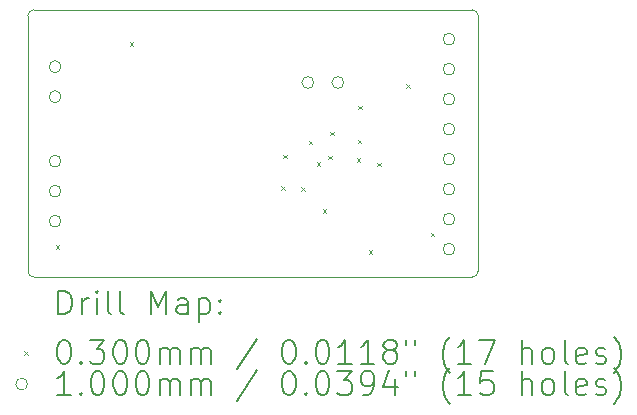
<source format=gbr>
%TF.GenerationSoftware,KiCad,Pcbnew,8.0.4*%
%TF.CreationDate,2024-09-19T17:48:03+02:00*%
%TF.ProjectId,vibration-motor,76696272-6174-4696-9f6e-2d6d6f746f72,rev?*%
%TF.SameCoordinates,Original*%
%TF.FileFunction,Drillmap*%
%TF.FilePolarity,Positive*%
%FSLAX45Y45*%
G04 Gerber Fmt 4.5, Leading zero omitted, Abs format (unit mm)*
G04 Created by KiCad (PCBNEW 8.0.4) date 2024-09-19 17:48:03*
%MOMM*%
%LPD*%
G01*
G04 APERTURE LIST*
%ADD10C,0.050000*%
%ADD11C,0.200000*%
%ADD12C,0.100000*%
G04 APERTURE END LIST*
D10*
X10712326Y-4650000D02*
G75*
G02*
X10762330Y-4700000I4J-50000D01*
G01*
X6950000Y-4700000D02*
G75*
G02*
X7000000Y-4650000I50000J0D01*
G01*
X10762326Y-6862179D02*
G75*
G02*
X10712326Y-6912176I-49996J-1D01*
G01*
X7000000Y-6912179D02*
G75*
G02*
X6950001Y-6862179I0J49999D01*
G01*
X7000000Y-4650000D02*
X10712326Y-4650000D01*
X10762326Y-4700000D02*
X10762326Y-6862179D01*
X6950000Y-6862179D02*
X6950000Y-4700000D01*
X10712326Y-6912179D02*
X7000000Y-6912179D01*
D11*
D12*
X7185000Y-6645000D02*
X7215000Y-6675000D01*
X7215000Y-6645000D02*
X7185000Y-6675000D01*
X7812500Y-4922500D02*
X7842500Y-4952500D01*
X7842500Y-4922500D02*
X7812500Y-4952500D01*
X9095000Y-6145000D02*
X9125000Y-6175000D01*
X9125000Y-6145000D02*
X9095000Y-6175000D01*
X9110000Y-5875000D02*
X9140000Y-5905000D01*
X9140000Y-5875000D02*
X9110000Y-5905000D01*
X9265000Y-6150000D02*
X9295000Y-6180000D01*
X9295000Y-6150000D02*
X9265000Y-6180000D01*
X9329000Y-5758000D02*
X9359000Y-5788000D01*
X9359000Y-5758000D02*
X9329000Y-5788000D01*
X9394000Y-5939000D02*
X9424000Y-5969000D01*
X9424000Y-5939000D02*
X9394000Y-5969000D01*
X9445000Y-6340000D02*
X9475000Y-6370000D01*
X9475000Y-6340000D02*
X9445000Y-6370000D01*
X9492000Y-5885000D02*
X9522000Y-5915000D01*
X9522000Y-5885000D02*
X9492000Y-5915000D01*
X9510000Y-5680000D02*
X9540000Y-5710000D01*
X9540000Y-5680000D02*
X9510000Y-5710000D01*
X9735000Y-5906000D02*
X9765000Y-5936000D01*
X9765000Y-5906000D02*
X9735000Y-5936000D01*
X9742500Y-5750000D02*
X9772500Y-5780000D01*
X9772500Y-5750000D02*
X9742500Y-5780000D01*
X9745000Y-5460000D02*
X9775000Y-5490000D01*
X9775000Y-5460000D02*
X9745000Y-5490000D01*
X9835000Y-6685000D02*
X9865000Y-6715000D01*
X9865000Y-6685000D02*
X9835000Y-6715000D01*
X9910000Y-5945000D02*
X9940000Y-5975000D01*
X9940000Y-5945000D02*
X9910000Y-5975000D01*
X10155000Y-5280000D02*
X10185000Y-5310000D01*
X10185000Y-5280000D02*
X10155000Y-5310000D01*
X10360000Y-6535000D02*
X10390000Y-6565000D01*
X10390000Y-6535000D02*
X10360000Y-6565000D01*
X7230000Y-5131000D02*
G75*
G02*
X7130000Y-5131000I-50000J0D01*
G01*
X7130000Y-5131000D02*
G75*
G02*
X7230000Y-5131000I50000J0D01*
G01*
X7230000Y-5385000D02*
G75*
G02*
X7130000Y-5385000I-50000J0D01*
G01*
X7130000Y-5385000D02*
G75*
G02*
X7230000Y-5385000I50000J0D01*
G01*
X7230000Y-5930000D02*
G75*
G02*
X7130000Y-5930000I-50000J0D01*
G01*
X7130000Y-5930000D02*
G75*
G02*
X7230000Y-5930000I50000J0D01*
G01*
X7230000Y-6184000D02*
G75*
G02*
X7130000Y-6184000I-50000J0D01*
G01*
X7130000Y-6184000D02*
G75*
G02*
X7230000Y-6184000I50000J0D01*
G01*
X7230000Y-6438000D02*
G75*
G02*
X7130000Y-6438000I-50000J0D01*
G01*
X7130000Y-6438000D02*
G75*
G02*
X7230000Y-6438000I50000J0D01*
G01*
X9370000Y-5265000D02*
G75*
G02*
X9270000Y-5265000I-50000J0D01*
G01*
X9270000Y-5265000D02*
G75*
G02*
X9370000Y-5265000I50000J0D01*
G01*
X9624000Y-5265000D02*
G75*
G02*
X9524000Y-5265000I-50000J0D01*
G01*
X9524000Y-5265000D02*
G75*
G02*
X9624000Y-5265000I50000J0D01*
G01*
X10565000Y-4897500D02*
G75*
G02*
X10465000Y-4897500I-50000J0D01*
G01*
X10465000Y-4897500D02*
G75*
G02*
X10565000Y-4897500I50000J0D01*
G01*
X10565000Y-5151500D02*
G75*
G02*
X10465000Y-5151500I-50000J0D01*
G01*
X10465000Y-5151500D02*
G75*
G02*
X10565000Y-5151500I50000J0D01*
G01*
X10565000Y-5405500D02*
G75*
G02*
X10465000Y-5405500I-50000J0D01*
G01*
X10465000Y-5405500D02*
G75*
G02*
X10565000Y-5405500I50000J0D01*
G01*
X10565000Y-5659500D02*
G75*
G02*
X10465000Y-5659500I-50000J0D01*
G01*
X10465000Y-5659500D02*
G75*
G02*
X10565000Y-5659500I50000J0D01*
G01*
X10565000Y-5913500D02*
G75*
G02*
X10465000Y-5913500I-50000J0D01*
G01*
X10465000Y-5913500D02*
G75*
G02*
X10565000Y-5913500I50000J0D01*
G01*
X10565000Y-6167500D02*
G75*
G02*
X10465000Y-6167500I-50000J0D01*
G01*
X10465000Y-6167500D02*
G75*
G02*
X10565000Y-6167500I50000J0D01*
G01*
X10565000Y-6421500D02*
G75*
G02*
X10465000Y-6421500I-50000J0D01*
G01*
X10465000Y-6421500D02*
G75*
G02*
X10565000Y-6421500I50000J0D01*
G01*
X10565000Y-6675500D02*
G75*
G02*
X10465000Y-6675500I-50000J0D01*
G01*
X10465000Y-6675500D02*
G75*
G02*
X10565000Y-6675500I50000J0D01*
G01*
D11*
X7208277Y-7226163D02*
X7208277Y-7026163D01*
X7208277Y-7026163D02*
X7255896Y-7026163D01*
X7255896Y-7026163D02*
X7284467Y-7035687D01*
X7284467Y-7035687D02*
X7303515Y-7054734D01*
X7303515Y-7054734D02*
X7313039Y-7073782D01*
X7313039Y-7073782D02*
X7322562Y-7111877D01*
X7322562Y-7111877D02*
X7322562Y-7140448D01*
X7322562Y-7140448D02*
X7313039Y-7178544D01*
X7313039Y-7178544D02*
X7303515Y-7197591D01*
X7303515Y-7197591D02*
X7284467Y-7216639D01*
X7284467Y-7216639D02*
X7255896Y-7226163D01*
X7255896Y-7226163D02*
X7208277Y-7226163D01*
X7408277Y-7226163D02*
X7408277Y-7092829D01*
X7408277Y-7130925D02*
X7417801Y-7111877D01*
X7417801Y-7111877D02*
X7427324Y-7102353D01*
X7427324Y-7102353D02*
X7446372Y-7092829D01*
X7446372Y-7092829D02*
X7465420Y-7092829D01*
X7532086Y-7226163D02*
X7532086Y-7092829D01*
X7532086Y-7026163D02*
X7522562Y-7035687D01*
X7522562Y-7035687D02*
X7532086Y-7045210D01*
X7532086Y-7045210D02*
X7541610Y-7035687D01*
X7541610Y-7035687D02*
X7532086Y-7026163D01*
X7532086Y-7026163D02*
X7532086Y-7045210D01*
X7655896Y-7226163D02*
X7636848Y-7216639D01*
X7636848Y-7216639D02*
X7627324Y-7197591D01*
X7627324Y-7197591D02*
X7627324Y-7026163D01*
X7760658Y-7226163D02*
X7741610Y-7216639D01*
X7741610Y-7216639D02*
X7732086Y-7197591D01*
X7732086Y-7197591D02*
X7732086Y-7026163D01*
X7989229Y-7226163D02*
X7989229Y-7026163D01*
X7989229Y-7026163D02*
X8055896Y-7169020D01*
X8055896Y-7169020D02*
X8122562Y-7026163D01*
X8122562Y-7026163D02*
X8122562Y-7226163D01*
X8303515Y-7226163D02*
X8303515Y-7121401D01*
X8303515Y-7121401D02*
X8293991Y-7102353D01*
X8293991Y-7102353D02*
X8274943Y-7092829D01*
X8274943Y-7092829D02*
X8236848Y-7092829D01*
X8236848Y-7092829D02*
X8217801Y-7102353D01*
X8303515Y-7216639D02*
X8284467Y-7226163D01*
X8284467Y-7226163D02*
X8236848Y-7226163D01*
X8236848Y-7226163D02*
X8217801Y-7216639D01*
X8217801Y-7216639D02*
X8208277Y-7197591D01*
X8208277Y-7197591D02*
X8208277Y-7178544D01*
X8208277Y-7178544D02*
X8217801Y-7159496D01*
X8217801Y-7159496D02*
X8236848Y-7149972D01*
X8236848Y-7149972D02*
X8284467Y-7149972D01*
X8284467Y-7149972D02*
X8303515Y-7140448D01*
X8398753Y-7092829D02*
X8398753Y-7292829D01*
X8398753Y-7102353D02*
X8417801Y-7092829D01*
X8417801Y-7092829D02*
X8455896Y-7092829D01*
X8455896Y-7092829D02*
X8474944Y-7102353D01*
X8474944Y-7102353D02*
X8484467Y-7111877D01*
X8484467Y-7111877D02*
X8493991Y-7130925D01*
X8493991Y-7130925D02*
X8493991Y-7188067D01*
X8493991Y-7188067D02*
X8484467Y-7207115D01*
X8484467Y-7207115D02*
X8474944Y-7216639D01*
X8474944Y-7216639D02*
X8455896Y-7226163D01*
X8455896Y-7226163D02*
X8417801Y-7226163D01*
X8417801Y-7226163D02*
X8398753Y-7216639D01*
X8579705Y-7207115D02*
X8589229Y-7216639D01*
X8589229Y-7216639D02*
X8579705Y-7226163D01*
X8579705Y-7226163D02*
X8570182Y-7216639D01*
X8570182Y-7216639D02*
X8579705Y-7207115D01*
X8579705Y-7207115D02*
X8579705Y-7226163D01*
X8579705Y-7102353D02*
X8589229Y-7111877D01*
X8589229Y-7111877D02*
X8579705Y-7121401D01*
X8579705Y-7121401D02*
X8570182Y-7111877D01*
X8570182Y-7111877D02*
X8579705Y-7102353D01*
X8579705Y-7102353D02*
X8579705Y-7121401D01*
D12*
X6917500Y-7539679D02*
X6947500Y-7569679D01*
X6947500Y-7539679D02*
X6917500Y-7569679D01*
D11*
X7246372Y-7446163D02*
X7265420Y-7446163D01*
X7265420Y-7446163D02*
X7284467Y-7455687D01*
X7284467Y-7455687D02*
X7293991Y-7465210D01*
X7293991Y-7465210D02*
X7303515Y-7484258D01*
X7303515Y-7484258D02*
X7313039Y-7522353D01*
X7313039Y-7522353D02*
X7313039Y-7569972D01*
X7313039Y-7569972D02*
X7303515Y-7608067D01*
X7303515Y-7608067D02*
X7293991Y-7627115D01*
X7293991Y-7627115D02*
X7284467Y-7636639D01*
X7284467Y-7636639D02*
X7265420Y-7646163D01*
X7265420Y-7646163D02*
X7246372Y-7646163D01*
X7246372Y-7646163D02*
X7227324Y-7636639D01*
X7227324Y-7636639D02*
X7217801Y-7627115D01*
X7217801Y-7627115D02*
X7208277Y-7608067D01*
X7208277Y-7608067D02*
X7198753Y-7569972D01*
X7198753Y-7569972D02*
X7198753Y-7522353D01*
X7198753Y-7522353D02*
X7208277Y-7484258D01*
X7208277Y-7484258D02*
X7217801Y-7465210D01*
X7217801Y-7465210D02*
X7227324Y-7455687D01*
X7227324Y-7455687D02*
X7246372Y-7446163D01*
X7398753Y-7627115D02*
X7408277Y-7636639D01*
X7408277Y-7636639D02*
X7398753Y-7646163D01*
X7398753Y-7646163D02*
X7389229Y-7636639D01*
X7389229Y-7636639D02*
X7398753Y-7627115D01*
X7398753Y-7627115D02*
X7398753Y-7646163D01*
X7474943Y-7446163D02*
X7598753Y-7446163D01*
X7598753Y-7446163D02*
X7532086Y-7522353D01*
X7532086Y-7522353D02*
X7560658Y-7522353D01*
X7560658Y-7522353D02*
X7579705Y-7531877D01*
X7579705Y-7531877D02*
X7589229Y-7541401D01*
X7589229Y-7541401D02*
X7598753Y-7560448D01*
X7598753Y-7560448D02*
X7598753Y-7608067D01*
X7598753Y-7608067D02*
X7589229Y-7627115D01*
X7589229Y-7627115D02*
X7579705Y-7636639D01*
X7579705Y-7636639D02*
X7560658Y-7646163D01*
X7560658Y-7646163D02*
X7503515Y-7646163D01*
X7503515Y-7646163D02*
X7484467Y-7636639D01*
X7484467Y-7636639D02*
X7474943Y-7627115D01*
X7722562Y-7446163D02*
X7741610Y-7446163D01*
X7741610Y-7446163D02*
X7760658Y-7455687D01*
X7760658Y-7455687D02*
X7770182Y-7465210D01*
X7770182Y-7465210D02*
X7779705Y-7484258D01*
X7779705Y-7484258D02*
X7789229Y-7522353D01*
X7789229Y-7522353D02*
X7789229Y-7569972D01*
X7789229Y-7569972D02*
X7779705Y-7608067D01*
X7779705Y-7608067D02*
X7770182Y-7627115D01*
X7770182Y-7627115D02*
X7760658Y-7636639D01*
X7760658Y-7636639D02*
X7741610Y-7646163D01*
X7741610Y-7646163D02*
X7722562Y-7646163D01*
X7722562Y-7646163D02*
X7703515Y-7636639D01*
X7703515Y-7636639D02*
X7693991Y-7627115D01*
X7693991Y-7627115D02*
X7684467Y-7608067D01*
X7684467Y-7608067D02*
X7674943Y-7569972D01*
X7674943Y-7569972D02*
X7674943Y-7522353D01*
X7674943Y-7522353D02*
X7684467Y-7484258D01*
X7684467Y-7484258D02*
X7693991Y-7465210D01*
X7693991Y-7465210D02*
X7703515Y-7455687D01*
X7703515Y-7455687D02*
X7722562Y-7446163D01*
X7913039Y-7446163D02*
X7932086Y-7446163D01*
X7932086Y-7446163D02*
X7951134Y-7455687D01*
X7951134Y-7455687D02*
X7960658Y-7465210D01*
X7960658Y-7465210D02*
X7970182Y-7484258D01*
X7970182Y-7484258D02*
X7979705Y-7522353D01*
X7979705Y-7522353D02*
X7979705Y-7569972D01*
X7979705Y-7569972D02*
X7970182Y-7608067D01*
X7970182Y-7608067D02*
X7960658Y-7627115D01*
X7960658Y-7627115D02*
X7951134Y-7636639D01*
X7951134Y-7636639D02*
X7932086Y-7646163D01*
X7932086Y-7646163D02*
X7913039Y-7646163D01*
X7913039Y-7646163D02*
X7893991Y-7636639D01*
X7893991Y-7636639D02*
X7884467Y-7627115D01*
X7884467Y-7627115D02*
X7874943Y-7608067D01*
X7874943Y-7608067D02*
X7865420Y-7569972D01*
X7865420Y-7569972D02*
X7865420Y-7522353D01*
X7865420Y-7522353D02*
X7874943Y-7484258D01*
X7874943Y-7484258D02*
X7884467Y-7465210D01*
X7884467Y-7465210D02*
X7893991Y-7455687D01*
X7893991Y-7455687D02*
X7913039Y-7446163D01*
X8065420Y-7646163D02*
X8065420Y-7512829D01*
X8065420Y-7531877D02*
X8074943Y-7522353D01*
X8074943Y-7522353D02*
X8093991Y-7512829D01*
X8093991Y-7512829D02*
X8122563Y-7512829D01*
X8122563Y-7512829D02*
X8141610Y-7522353D01*
X8141610Y-7522353D02*
X8151134Y-7541401D01*
X8151134Y-7541401D02*
X8151134Y-7646163D01*
X8151134Y-7541401D02*
X8160658Y-7522353D01*
X8160658Y-7522353D02*
X8179705Y-7512829D01*
X8179705Y-7512829D02*
X8208277Y-7512829D01*
X8208277Y-7512829D02*
X8227324Y-7522353D01*
X8227324Y-7522353D02*
X8236848Y-7541401D01*
X8236848Y-7541401D02*
X8236848Y-7646163D01*
X8332086Y-7646163D02*
X8332086Y-7512829D01*
X8332086Y-7531877D02*
X8341610Y-7522353D01*
X8341610Y-7522353D02*
X8360658Y-7512829D01*
X8360658Y-7512829D02*
X8389229Y-7512829D01*
X8389229Y-7512829D02*
X8408277Y-7522353D01*
X8408277Y-7522353D02*
X8417801Y-7541401D01*
X8417801Y-7541401D02*
X8417801Y-7646163D01*
X8417801Y-7541401D02*
X8427325Y-7522353D01*
X8427325Y-7522353D02*
X8446372Y-7512829D01*
X8446372Y-7512829D02*
X8474944Y-7512829D01*
X8474944Y-7512829D02*
X8493991Y-7522353D01*
X8493991Y-7522353D02*
X8503515Y-7541401D01*
X8503515Y-7541401D02*
X8503515Y-7646163D01*
X8893991Y-7436639D02*
X8722563Y-7693782D01*
X9151134Y-7446163D02*
X9170182Y-7446163D01*
X9170182Y-7446163D02*
X9189229Y-7455687D01*
X9189229Y-7455687D02*
X9198753Y-7465210D01*
X9198753Y-7465210D02*
X9208277Y-7484258D01*
X9208277Y-7484258D02*
X9217801Y-7522353D01*
X9217801Y-7522353D02*
X9217801Y-7569972D01*
X9217801Y-7569972D02*
X9208277Y-7608067D01*
X9208277Y-7608067D02*
X9198753Y-7627115D01*
X9198753Y-7627115D02*
X9189229Y-7636639D01*
X9189229Y-7636639D02*
X9170182Y-7646163D01*
X9170182Y-7646163D02*
X9151134Y-7646163D01*
X9151134Y-7646163D02*
X9132087Y-7636639D01*
X9132087Y-7636639D02*
X9122563Y-7627115D01*
X9122563Y-7627115D02*
X9113039Y-7608067D01*
X9113039Y-7608067D02*
X9103515Y-7569972D01*
X9103515Y-7569972D02*
X9103515Y-7522353D01*
X9103515Y-7522353D02*
X9113039Y-7484258D01*
X9113039Y-7484258D02*
X9122563Y-7465210D01*
X9122563Y-7465210D02*
X9132087Y-7455687D01*
X9132087Y-7455687D02*
X9151134Y-7446163D01*
X9303515Y-7627115D02*
X9313039Y-7636639D01*
X9313039Y-7636639D02*
X9303515Y-7646163D01*
X9303515Y-7646163D02*
X9293991Y-7636639D01*
X9293991Y-7636639D02*
X9303515Y-7627115D01*
X9303515Y-7627115D02*
X9303515Y-7646163D01*
X9436848Y-7446163D02*
X9455896Y-7446163D01*
X9455896Y-7446163D02*
X9474944Y-7455687D01*
X9474944Y-7455687D02*
X9484468Y-7465210D01*
X9484468Y-7465210D02*
X9493991Y-7484258D01*
X9493991Y-7484258D02*
X9503515Y-7522353D01*
X9503515Y-7522353D02*
X9503515Y-7569972D01*
X9503515Y-7569972D02*
X9493991Y-7608067D01*
X9493991Y-7608067D02*
X9484468Y-7627115D01*
X9484468Y-7627115D02*
X9474944Y-7636639D01*
X9474944Y-7636639D02*
X9455896Y-7646163D01*
X9455896Y-7646163D02*
X9436848Y-7646163D01*
X9436848Y-7646163D02*
X9417801Y-7636639D01*
X9417801Y-7636639D02*
X9408277Y-7627115D01*
X9408277Y-7627115D02*
X9398753Y-7608067D01*
X9398753Y-7608067D02*
X9389229Y-7569972D01*
X9389229Y-7569972D02*
X9389229Y-7522353D01*
X9389229Y-7522353D02*
X9398753Y-7484258D01*
X9398753Y-7484258D02*
X9408277Y-7465210D01*
X9408277Y-7465210D02*
X9417801Y-7455687D01*
X9417801Y-7455687D02*
X9436848Y-7446163D01*
X9693991Y-7646163D02*
X9579706Y-7646163D01*
X9636848Y-7646163D02*
X9636848Y-7446163D01*
X9636848Y-7446163D02*
X9617801Y-7474734D01*
X9617801Y-7474734D02*
X9598753Y-7493782D01*
X9598753Y-7493782D02*
X9579706Y-7503306D01*
X9884468Y-7646163D02*
X9770182Y-7646163D01*
X9827325Y-7646163D02*
X9827325Y-7446163D01*
X9827325Y-7446163D02*
X9808277Y-7474734D01*
X9808277Y-7474734D02*
X9789229Y-7493782D01*
X9789229Y-7493782D02*
X9770182Y-7503306D01*
X9998753Y-7531877D02*
X9979706Y-7522353D01*
X9979706Y-7522353D02*
X9970182Y-7512829D01*
X9970182Y-7512829D02*
X9960658Y-7493782D01*
X9960658Y-7493782D02*
X9960658Y-7484258D01*
X9960658Y-7484258D02*
X9970182Y-7465210D01*
X9970182Y-7465210D02*
X9979706Y-7455687D01*
X9979706Y-7455687D02*
X9998753Y-7446163D01*
X9998753Y-7446163D02*
X10036849Y-7446163D01*
X10036849Y-7446163D02*
X10055896Y-7455687D01*
X10055896Y-7455687D02*
X10065420Y-7465210D01*
X10065420Y-7465210D02*
X10074944Y-7484258D01*
X10074944Y-7484258D02*
X10074944Y-7493782D01*
X10074944Y-7493782D02*
X10065420Y-7512829D01*
X10065420Y-7512829D02*
X10055896Y-7522353D01*
X10055896Y-7522353D02*
X10036849Y-7531877D01*
X10036849Y-7531877D02*
X9998753Y-7531877D01*
X9998753Y-7531877D02*
X9979706Y-7541401D01*
X9979706Y-7541401D02*
X9970182Y-7550925D01*
X9970182Y-7550925D02*
X9960658Y-7569972D01*
X9960658Y-7569972D02*
X9960658Y-7608067D01*
X9960658Y-7608067D02*
X9970182Y-7627115D01*
X9970182Y-7627115D02*
X9979706Y-7636639D01*
X9979706Y-7636639D02*
X9998753Y-7646163D01*
X9998753Y-7646163D02*
X10036849Y-7646163D01*
X10036849Y-7646163D02*
X10055896Y-7636639D01*
X10055896Y-7636639D02*
X10065420Y-7627115D01*
X10065420Y-7627115D02*
X10074944Y-7608067D01*
X10074944Y-7608067D02*
X10074944Y-7569972D01*
X10074944Y-7569972D02*
X10065420Y-7550925D01*
X10065420Y-7550925D02*
X10055896Y-7541401D01*
X10055896Y-7541401D02*
X10036849Y-7531877D01*
X10151134Y-7446163D02*
X10151134Y-7484258D01*
X10227325Y-7446163D02*
X10227325Y-7484258D01*
X10522563Y-7722353D02*
X10513039Y-7712829D01*
X10513039Y-7712829D02*
X10493991Y-7684258D01*
X10493991Y-7684258D02*
X10484468Y-7665210D01*
X10484468Y-7665210D02*
X10474944Y-7636639D01*
X10474944Y-7636639D02*
X10465420Y-7589020D01*
X10465420Y-7589020D02*
X10465420Y-7550925D01*
X10465420Y-7550925D02*
X10474944Y-7503306D01*
X10474944Y-7503306D02*
X10484468Y-7474734D01*
X10484468Y-7474734D02*
X10493991Y-7455687D01*
X10493991Y-7455687D02*
X10513039Y-7427115D01*
X10513039Y-7427115D02*
X10522563Y-7417591D01*
X10703515Y-7646163D02*
X10589230Y-7646163D01*
X10646372Y-7646163D02*
X10646372Y-7446163D01*
X10646372Y-7446163D02*
X10627325Y-7474734D01*
X10627325Y-7474734D02*
X10608277Y-7493782D01*
X10608277Y-7493782D02*
X10589230Y-7503306D01*
X10770182Y-7446163D02*
X10903515Y-7446163D01*
X10903515Y-7446163D02*
X10817801Y-7646163D01*
X11132087Y-7646163D02*
X11132087Y-7446163D01*
X11217801Y-7646163D02*
X11217801Y-7541401D01*
X11217801Y-7541401D02*
X11208277Y-7522353D01*
X11208277Y-7522353D02*
X11189230Y-7512829D01*
X11189230Y-7512829D02*
X11160658Y-7512829D01*
X11160658Y-7512829D02*
X11141611Y-7522353D01*
X11141611Y-7522353D02*
X11132087Y-7531877D01*
X11341610Y-7646163D02*
X11322563Y-7636639D01*
X11322563Y-7636639D02*
X11313039Y-7627115D01*
X11313039Y-7627115D02*
X11303515Y-7608067D01*
X11303515Y-7608067D02*
X11303515Y-7550925D01*
X11303515Y-7550925D02*
X11313039Y-7531877D01*
X11313039Y-7531877D02*
X11322563Y-7522353D01*
X11322563Y-7522353D02*
X11341610Y-7512829D01*
X11341610Y-7512829D02*
X11370182Y-7512829D01*
X11370182Y-7512829D02*
X11389230Y-7522353D01*
X11389230Y-7522353D02*
X11398753Y-7531877D01*
X11398753Y-7531877D02*
X11408277Y-7550925D01*
X11408277Y-7550925D02*
X11408277Y-7608067D01*
X11408277Y-7608067D02*
X11398753Y-7627115D01*
X11398753Y-7627115D02*
X11389230Y-7636639D01*
X11389230Y-7636639D02*
X11370182Y-7646163D01*
X11370182Y-7646163D02*
X11341610Y-7646163D01*
X11522563Y-7646163D02*
X11503515Y-7636639D01*
X11503515Y-7636639D02*
X11493991Y-7617591D01*
X11493991Y-7617591D02*
X11493991Y-7446163D01*
X11674944Y-7636639D02*
X11655896Y-7646163D01*
X11655896Y-7646163D02*
X11617801Y-7646163D01*
X11617801Y-7646163D02*
X11598753Y-7636639D01*
X11598753Y-7636639D02*
X11589230Y-7617591D01*
X11589230Y-7617591D02*
X11589230Y-7541401D01*
X11589230Y-7541401D02*
X11598753Y-7522353D01*
X11598753Y-7522353D02*
X11617801Y-7512829D01*
X11617801Y-7512829D02*
X11655896Y-7512829D01*
X11655896Y-7512829D02*
X11674944Y-7522353D01*
X11674944Y-7522353D02*
X11684468Y-7541401D01*
X11684468Y-7541401D02*
X11684468Y-7560448D01*
X11684468Y-7560448D02*
X11589230Y-7579496D01*
X11760658Y-7636639D02*
X11779706Y-7646163D01*
X11779706Y-7646163D02*
X11817801Y-7646163D01*
X11817801Y-7646163D02*
X11836849Y-7636639D01*
X11836849Y-7636639D02*
X11846372Y-7617591D01*
X11846372Y-7617591D02*
X11846372Y-7608067D01*
X11846372Y-7608067D02*
X11836849Y-7589020D01*
X11836849Y-7589020D02*
X11817801Y-7579496D01*
X11817801Y-7579496D02*
X11789230Y-7579496D01*
X11789230Y-7579496D02*
X11770182Y-7569972D01*
X11770182Y-7569972D02*
X11760658Y-7550925D01*
X11760658Y-7550925D02*
X11760658Y-7541401D01*
X11760658Y-7541401D02*
X11770182Y-7522353D01*
X11770182Y-7522353D02*
X11789230Y-7512829D01*
X11789230Y-7512829D02*
X11817801Y-7512829D01*
X11817801Y-7512829D02*
X11836849Y-7522353D01*
X11913039Y-7722353D02*
X11922563Y-7712829D01*
X11922563Y-7712829D02*
X11941611Y-7684258D01*
X11941611Y-7684258D02*
X11951134Y-7665210D01*
X11951134Y-7665210D02*
X11960658Y-7636639D01*
X11960658Y-7636639D02*
X11970182Y-7589020D01*
X11970182Y-7589020D02*
X11970182Y-7550925D01*
X11970182Y-7550925D02*
X11960658Y-7503306D01*
X11960658Y-7503306D02*
X11951134Y-7474734D01*
X11951134Y-7474734D02*
X11941611Y-7455687D01*
X11941611Y-7455687D02*
X11922563Y-7427115D01*
X11922563Y-7427115D02*
X11913039Y-7417591D01*
D12*
X6947500Y-7818679D02*
G75*
G02*
X6847500Y-7818679I-50000J0D01*
G01*
X6847500Y-7818679D02*
G75*
G02*
X6947500Y-7818679I50000J0D01*
G01*
D11*
X7313039Y-7910163D02*
X7198753Y-7910163D01*
X7255896Y-7910163D02*
X7255896Y-7710163D01*
X7255896Y-7710163D02*
X7236848Y-7738734D01*
X7236848Y-7738734D02*
X7217801Y-7757782D01*
X7217801Y-7757782D02*
X7198753Y-7767306D01*
X7398753Y-7891115D02*
X7408277Y-7900639D01*
X7408277Y-7900639D02*
X7398753Y-7910163D01*
X7398753Y-7910163D02*
X7389229Y-7900639D01*
X7389229Y-7900639D02*
X7398753Y-7891115D01*
X7398753Y-7891115D02*
X7398753Y-7910163D01*
X7532086Y-7710163D02*
X7551134Y-7710163D01*
X7551134Y-7710163D02*
X7570182Y-7719687D01*
X7570182Y-7719687D02*
X7579705Y-7729210D01*
X7579705Y-7729210D02*
X7589229Y-7748258D01*
X7589229Y-7748258D02*
X7598753Y-7786353D01*
X7598753Y-7786353D02*
X7598753Y-7833972D01*
X7598753Y-7833972D02*
X7589229Y-7872067D01*
X7589229Y-7872067D02*
X7579705Y-7891115D01*
X7579705Y-7891115D02*
X7570182Y-7900639D01*
X7570182Y-7900639D02*
X7551134Y-7910163D01*
X7551134Y-7910163D02*
X7532086Y-7910163D01*
X7532086Y-7910163D02*
X7513039Y-7900639D01*
X7513039Y-7900639D02*
X7503515Y-7891115D01*
X7503515Y-7891115D02*
X7493991Y-7872067D01*
X7493991Y-7872067D02*
X7484467Y-7833972D01*
X7484467Y-7833972D02*
X7484467Y-7786353D01*
X7484467Y-7786353D02*
X7493991Y-7748258D01*
X7493991Y-7748258D02*
X7503515Y-7729210D01*
X7503515Y-7729210D02*
X7513039Y-7719687D01*
X7513039Y-7719687D02*
X7532086Y-7710163D01*
X7722562Y-7710163D02*
X7741610Y-7710163D01*
X7741610Y-7710163D02*
X7760658Y-7719687D01*
X7760658Y-7719687D02*
X7770182Y-7729210D01*
X7770182Y-7729210D02*
X7779705Y-7748258D01*
X7779705Y-7748258D02*
X7789229Y-7786353D01*
X7789229Y-7786353D02*
X7789229Y-7833972D01*
X7789229Y-7833972D02*
X7779705Y-7872067D01*
X7779705Y-7872067D02*
X7770182Y-7891115D01*
X7770182Y-7891115D02*
X7760658Y-7900639D01*
X7760658Y-7900639D02*
X7741610Y-7910163D01*
X7741610Y-7910163D02*
X7722562Y-7910163D01*
X7722562Y-7910163D02*
X7703515Y-7900639D01*
X7703515Y-7900639D02*
X7693991Y-7891115D01*
X7693991Y-7891115D02*
X7684467Y-7872067D01*
X7684467Y-7872067D02*
X7674943Y-7833972D01*
X7674943Y-7833972D02*
X7674943Y-7786353D01*
X7674943Y-7786353D02*
X7684467Y-7748258D01*
X7684467Y-7748258D02*
X7693991Y-7729210D01*
X7693991Y-7729210D02*
X7703515Y-7719687D01*
X7703515Y-7719687D02*
X7722562Y-7710163D01*
X7913039Y-7710163D02*
X7932086Y-7710163D01*
X7932086Y-7710163D02*
X7951134Y-7719687D01*
X7951134Y-7719687D02*
X7960658Y-7729210D01*
X7960658Y-7729210D02*
X7970182Y-7748258D01*
X7970182Y-7748258D02*
X7979705Y-7786353D01*
X7979705Y-7786353D02*
X7979705Y-7833972D01*
X7979705Y-7833972D02*
X7970182Y-7872067D01*
X7970182Y-7872067D02*
X7960658Y-7891115D01*
X7960658Y-7891115D02*
X7951134Y-7900639D01*
X7951134Y-7900639D02*
X7932086Y-7910163D01*
X7932086Y-7910163D02*
X7913039Y-7910163D01*
X7913039Y-7910163D02*
X7893991Y-7900639D01*
X7893991Y-7900639D02*
X7884467Y-7891115D01*
X7884467Y-7891115D02*
X7874943Y-7872067D01*
X7874943Y-7872067D02*
X7865420Y-7833972D01*
X7865420Y-7833972D02*
X7865420Y-7786353D01*
X7865420Y-7786353D02*
X7874943Y-7748258D01*
X7874943Y-7748258D02*
X7884467Y-7729210D01*
X7884467Y-7729210D02*
X7893991Y-7719687D01*
X7893991Y-7719687D02*
X7913039Y-7710163D01*
X8065420Y-7910163D02*
X8065420Y-7776829D01*
X8065420Y-7795877D02*
X8074943Y-7786353D01*
X8074943Y-7786353D02*
X8093991Y-7776829D01*
X8093991Y-7776829D02*
X8122563Y-7776829D01*
X8122563Y-7776829D02*
X8141610Y-7786353D01*
X8141610Y-7786353D02*
X8151134Y-7805401D01*
X8151134Y-7805401D02*
X8151134Y-7910163D01*
X8151134Y-7805401D02*
X8160658Y-7786353D01*
X8160658Y-7786353D02*
X8179705Y-7776829D01*
X8179705Y-7776829D02*
X8208277Y-7776829D01*
X8208277Y-7776829D02*
X8227324Y-7786353D01*
X8227324Y-7786353D02*
X8236848Y-7805401D01*
X8236848Y-7805401D02*
X8236848Y-7910163D01*
X8332086Y-7910163D02*
X8332086Y-7776829D01*
X8332086Y-7795877D02*
X8341610Y-7786353D01*
X8341610Y-7786353D02*
X8360658Y-7776829D01*
X8360658Y-7776829D02*
X8389229Y-7776829D01*
X8389229Y-7776829D02*
X8408277Y-7786353D01*
X8408277Y-7786353D02*
X8417801Y-7805401D01*
X8417801Y-7805401D02*
X8417801Y-7910163D01*
X8417801Y-7805401D02*
X8427325Y-7786353D01*
X8427325Y-7786353D02*
X8446372Y-7776829D01*
X8446372Y-7776829D02*
X8474944Y-7776829D01*
X8474944Y-7776829D02*
X8493991Y-7786353D01*
X8493991Y-7786353D02*
X8503515Y-7805401D01*
X8503515Y-7805401D02*
X8503515Y-7910163D01*
X8893991Y-7700639D02*
X8722563Y-7957782D01*
X9151134Y-7710163D02*
X9170182Y-7710163D01*
X9170182Y-7710163D02*
X9189229Y-7719687D01*
X9189229Y-7719687D02*
X9198753Y-7729210D01*
X9198753Y-7729210D02*
X9208277Y-7748258D01*
X9208277Y-7748258D02*
X9217801Y-7786353D01*
X9217801Y-7786353D02*
X9217801Y-7833972D01*
X9217801Y-7833972D02*
X9208277Y-7872067D01*
X9208277Y-7872067D02*
X9198753Y-7891115D01*
X9198753Y-7891115D02*
X9189229Y-7900639D01*
X9189229Y-7900639D02*
X9170182Y-7910163D01*
X9170182Y-7910163D02*
X9151134Y-7910163D01*
X9151134Y-7910163D02*
X9132087Y-7900639D01*
X9132087Y-7900639D02*
X9122563Y-7891115D01*
X9122563Y-7891115D02*
X9113039Y-7872067D01*
X9113039Y-7872067D02*
X9103515Y-7833972D01*
X9103515Y-7833972D02*
X9103515Y-7786353D01*
X9103515Y-7786353D02*
X9113039Y-7748258D01*
X9113039Y-7748258D02*
X9122563Y-7729210D01*
X9122563Y-7729210D02*
X9132087Y-7719687D01*
X9132087Y-7719687D02*
X9151134Y-7710163D01*
X9303515Y-7891115D02*
X9313039Y-7900639D01*
X9313039Y-7900639D02*
X9303515Y-7910163D01*
X9303515Y-7910163D02*
X9293991Y-7900639D01*
X9293991Y-7900639D02*
X9303515Y-7891115D01*
X9303515Y-7891115D02*
X9303515Y-7910163D01*
X9436848Y-7710163D02*
X9455896Y-7710163D01*
X9455896Y-7710163D02*
X9474944Y-7719687D01*
X9474944Y-7719687D02*
X9484468Y-7729210D01*
X9484468Y-7729210D02*
X9493991Y-7748258D01*
X9493991Y-7748258D02*
X9503515Y-7786353D01*
X9503515Y-7786353D02*
X9503515Y-7833972D01*
X9503515Y-7833972D02*
X9493991Y-7872067D01*
X9493991Y-7872067D02*
X9484468Y-7891115D01*
X9484468Y-7891115D02*
X9474944Y-7900639D01*
X9474944Y-7900639D02*
X9455896Y-7910163D01*
X9455896Y-7910163D02*
X9436848Y-7910163D01*
X9436848Y-7910163D02*
X9417801Y-7900639D01*
X9417801Y-7900639D02*
X9408277Y-7891115D01*
X9408277Y-7891115D02*
X9398753Y-7872067D01*
X9398753Y-7872067D02*
X9389229Y-7833972D01*
X9389229Y-7833972D02*
X9389229Y-7786353D01*
X9389229Y-7786353D02*
X9398753Y-7748258D01*
X9398753Y-7748258D02*
X9408277Y-7729210D01*
X9408277Y-7729210D02*
X9417801Y-7719687D01*
X9417801Y-7719687D02*
X9436848Y-7710163D01*
X9570182Y-7710163D02*
X9693991Y-7710163D01*
X9693991Y-7710163D02*
X9627325Y-7786353D01*
X9627325Y-7786353D02*
X9655896Y-7786353D01*
X9655896Y-7786353D02*
X9674944Y-7795877D01*
X9674944Y-7795877D02*
X9684468Y-7805401D01*
X9684468Y-7805401D02*
X9693991Y-7824448D01*
X9693991Y-7824448D02*
X9693991Y-7872067D01*
X9693991Y-7872067D02*
X9684468Y-7891115D01*
X9684468Y-7891115D02*
X9674944Y-7900639D01*
X9674944Y-7900639D02*
X9655896Y-7910163D01*
X9655896Y-7910163D02*
X9598753Y-7910163D01*
X9598753Y-7910163D02*
X9579706Y-7900639D01*
X9579706Y-7900639D02*
X9570182Y-7891115D01*
X9789229Y-7910163D02*
X9827325Y-7910163D01*
X9827325Y-7910163D02*
X9846372Y-7900639D01*
X9846372Y-7900639D02*
X9855896Y-7891115D01*
X9855896Y-7891115D02*
X9874944Y-7862544D01*
X9874944Y-7862544D02*
X9884468Y-7824448D01*
X9884468Y-7824448D02*
X9884468Y-7748258D01*
X9884468Y-7748258D02*
X9874944Y-7729210D01*
X9874944Y-7729210D02*
X9865420Y-7719687D01*
X9865420Y-7719687D02*
X9846372Y-7710163D01*
X9846372Y-7710163D02*
X9808277Y-7710163D01*
X9808277Y-7710163D02*
X9789229Y-7719687D01*
X9789229Y-7719687D02*
X9779706Y-7729210D01*
X9779706Y-7729210D02*
X9770182Y-7748258D01*
X9770182Y-7748258D02*
X9770182Y-7795877D01*
X9770182Y-7795877D02*
X9779706Y-7814925D01*
X9779706Y-7814925D02*
X9789229Y-7824448D01*
X9789229Y-7824448D02*
X9808277Y-7833972D01*
X9808277Y-7833972D02*
X9846372Y-7833972D01*
X9846372Y-7833972D02*
X9865420Y-7824448D01*
X9865420Y-7824448D02*
X9874944Y-7814925D01*
X9874944Y-7814925D02*
X9884468Y-7795877D01*
X10055896Y-7776829D02*
X10055896Y-7910163D01*
X10008277Y-7700639D02*
X9960658Y-7843496D01*
X9960658Y-7843496D02*
X10084468Y-7843496D01*
X10151134Y-7710163D02*
X10151134Y-7748258D01*
X10227325Y-7710163D02*
X10227325Y-7748258D01*
X10522563Y-7986353D02*
X10513039Y-7976829D01*
X10513039Y-7976829D02*
X10493991Y-7948258D01*
X10493991Y-7948258D02*
X10484468Y-7929210D01*
X10484468Y-7929210D02*
X10474944Y-7900639D01*
X10474944Y-7900639D02*
X10465420Y-7853020D01*
X10465420Y-7853020D02*
X10465420Y-7814925D01*
X10465420Y-7814925D02*
X10474944Y-7767306D01*
X10474944Y-7767306D02*
X10484468Y-7738734D01*
X10484468Y-7738734D02*
X10493991Y-7719687D01*
X10493991Y-7719687D02*
X10513039Y-7691115D01*
X10513039Y-7691115D02*
X10522563Y-7681591D01*
X10703515Y-7910163D02*
X10589230Y-7910163D01*
X10646372Y-7910163D02*
X10646372Y-7710163D01*
X10646372Y-7710163D02*
X10627325Y-7738734D01*
X10627325Y-7738734D02*
X10608277Y-7757782D01*
X10608277Y-7757782D02*
X10589230Y-7767306D01*
X10884468Y-7710163D02*
X10789230Y-7710163D01*
X10789230Y-7710163D02*
X10779706Y-7805401D01*
X10779706Y-7805401D02*
X10789230Y-7795877D01*
X10789230Y-7795877D02*
X10808277Y-7786353D01*
X10808277Y-7786353D02*
X10855896Y-7786353D01*
X10855896Y-7786353D02*
X10874944Y-7795877D01*
X10874944Y-7795877D02*
X10884468Y-7805401D01*
X10884468Y-7805401D02*
X10893991Y-7824448D01*
X10893991Y-7824448D02*
X10893991Y-7872067D01*
X10893991Y-7872067D02*
X10884468Y-7891115D01*
X10884468Y-7891115D02*
X10874944Y-7900639D01*
X10874944Y-7900639D02*
X10855896Y-7910163D01*
X10855896Y-7910163D02*
X10808277Y-7910163D01*
X10808277Y-7910163D02*
X10789230Y-7900639D01*
X10789230Y-7900639D02*
X10779706Y-7891115D01*
X11132087Y-7910163D02*
X11132087Y-7710163D01*
X11217801Y-7910163D02*
X11217801Y-7805401D01*
X11217801Y-7805401D02*
X11208277Y-7786353D01*
X11208277Y-7786353D02*
X11189230Y-7776829D01*
X11189230Y-7776829D02*
X11160658Y-7776829D01*
X11160658Y-7776829D02*
X11141611Y-7786353D01*
X11141611Y-7786353D02*
X11132087Y-7795877D01*
X11341610Y-7910163D02*
X11322563Y-7900639D01*
X11322563Y-7900639D02*
X11313039Y-7891115D01*
X11313039Y-7891115D02*
X11303515Y-7872067D01*
X11303515Y-7872067D02*
X11303515Y-7814925D01*
X11303515Y-7814925D02*
X11313039Y-7795877D01*
X11313039Y-7795877D02*
X11322563Y-7786353D01*
X11322563Y-7786353D02*
X11341610Y-7776829D01*
X11341610Y-7776829D02*
X11370182Y-7776829D01*
X11370182Y-7776829D02*
X11389230Y-7786353D01*
X11389230Y-7786353D02*
X11398753Y-7795877D01*
X11398753Y-7795877D02*
X11408277Y-7814925D01*
X11408277Y-7814925D02*
X11408277Y-7872067D01*
X11408277Y-7872067D02*
X11398753Y-7891115D01*
X11398753Y-7891115D02*
X11389230Y-7900639D01*
X11389230Y-7900639D02*
X11370182Y-7910163D01*
X11370182Y-7910163D02*
X11341610Y-7910163D01*
X11522563Y-7910163D02*
X11503515Y-7900639D01*
X11503515Y-7900639D02*
X11493991Y-7881591D01*
X11493991Y-7881591D02*
X11493991Y-7710163D01*
X11674944Y-7900639D02*
X11655896Y-7910163D01*
X11655896Y-7910163D02*
X11617801Y-7910163D01*
X11617801Y-7910163D02*
X11598753Y-7900639D01*
X11598753Y-7900639D02*
X11589230Y-7881591D01*
X11589230Y-7881591D02*
X11589230Y-7805401D01*
X11589230Y-7805401D02*
X11598753Y-7786353D01*
X11598753Y-7786353D02*
X11617801Y-7776829D01*
X11617801Y-7776829D02*
X11655896Y-7776829D01*
X11655896Y-7776829D02*
X11674944Y-7786353D01*
X11674944Y-7786353D02*
X11684468Y-7805401D01*
X11684468Y-7805401D02*
X11684468Y-7824448D01*
X11684468Y-7824448D02*
X11589230Y-7843496D01*
X11760658Y-7900639D02*
X11779706Y-7910163D01*
X11779706Y-7910163D02*
X11817801Y-7910163D01*
X11817801Y-7910163D02*
X11836849Y-7900639D01*
X11836849Y-7900639D02*
X11846372Y-7881591D01*
X11846372Y-7881591D02*
X11846372Y-7872067D01*
X11846372Y-7872067D02*
X11836849Y-7853020D01*
X11836849Y-7853020D02*
X11817801Y-7843496D01*
X11817801Y-7843496D02*
X11789230Y-7843496D01*
X11789230Y-7843496D02*
X11770182Y-7833972D01*
X11770182Y-7833972D02*
X11760658Y-7814925D01*
X11760658Y-7814925D02*
X11760658Y-7805401D01*
X11760658Y-7805401D02*
X11770182Y-7786353D01*
X11770182Y-7786353D02*
X11789230Y-7776829D01*
X11789230Y-7776829D02*
X11817801Y-7776829D01*
X11817801Y-7776829D02*
X11836849Y-7786353D01*
X11913039Y-7986353D02*
X11922563Y-7976829D01*
X11922563Y-7976829D02*
X11941611Y-7948258D01*
X11941611Y-7948258D02*
X11951134Y-7929210D01*
X11951134Y-7929210D02*
X11960658Y-7900639D01*
X11960658Y-7900639D02*
X11970182Y-7853020D01*
X11970182Y-7853020D02*
X11970182Y-7814925D01*
X11970182Y-7814925D02*
X11960658Y-7767306D01*
X11960658Y-7767306D02*
X11951134Y-7738734D01*
X11951134Y-7738734D02*
X11941611Y-7719687D01*
X11941611Y-7719687D02*
X11922563Y-7691115D01*
X11922563Y-7691115D02*
X11913039Y-7681591D01*
M02*

</source>
